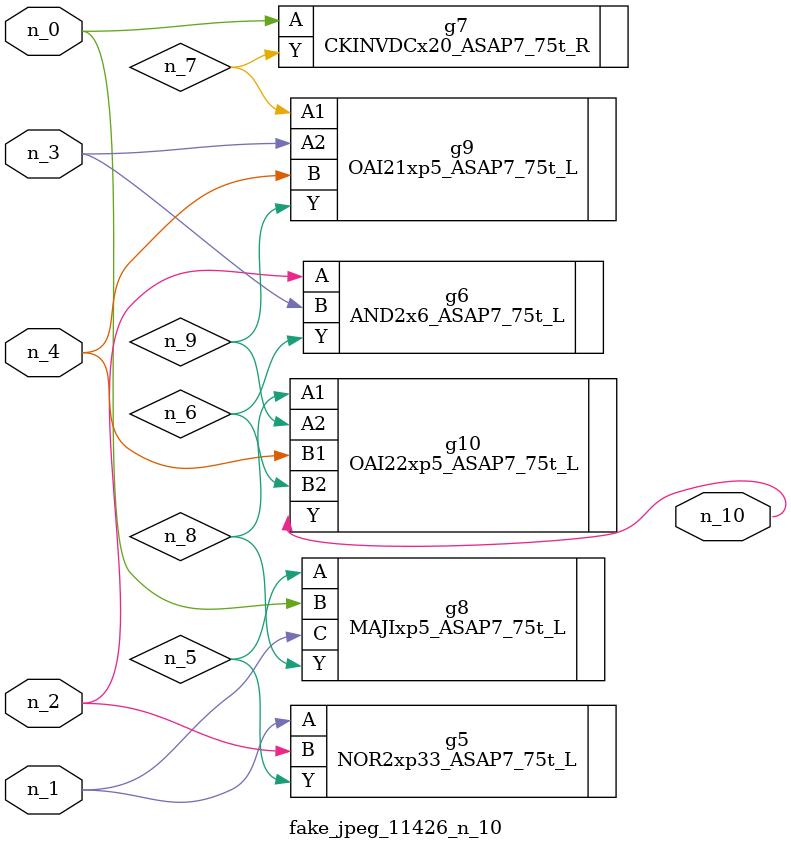
<source format=v>
module fake_jpeg_11426_n_10 (n_3, n_2, n_1, n_0, n_4, n_10);

input n_3;
input n_2;
input n_1;
input n_0;
input n_4;

output n_10;

wire n_8;
wire n_9;
wire n_6;
wire n_5;
wire n_7;

NOR2xp33_ASAP7_75t_L g5 ( 
.A(n_1),
.B(n_2),
.Y(n_5)
);

AND2x6_ASAP7_75t_L g6 ( 
.A(n_2),
.B(n_3),
.Y(n_6)
);

CKINVDCx20_ASAP7_75t_R g7 ( 
.A(n_0),
.Y(n_7)
);

MAJIxp5_ASAP7_75t_L g8 ( 
.A(n_5),
.B(n_0),
.C(n_1),
.Y(n_8)
);

OAI22xp5_ASAP7_75t_L g10 ( 
.A1(n_8),
.A2(n_9),
.B1(n_4),
.B2(n_6),
.Y(n_10)
);

OAI21xp5_ASAP7_75t_L g9 ( 
.A1(n_7),
.A2(n_3),
.B(n_4),
.Y(n_9)
);


endmodule
</source>
